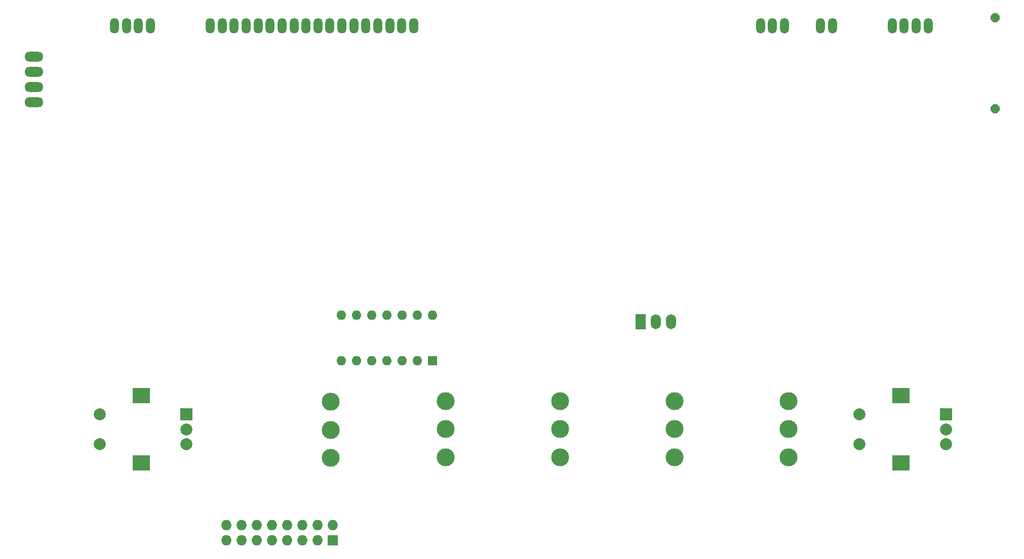
<source format=gbs>
G04 #@! TF.GenerationSoftware,KiCad,Pcbnew,7.0.10*
G04 #@! TF.CreationDate,2024-01-22T16:50:30+01:00*
G04 #@! TF.ProjectId,GP1294-Teens4,47503132-3934-42d5-9465-656e73342e6b,1.0.0*
G04 #@! TF.SameCoordinates,Original*
G04 #@! TF.FileFunction,Soldermask,Bot*
G04 #@! TF.FilePolarity,Negative*
%FSLAX46Y46*%
G04 Gerber Fmt 4.6, Leading zero omitted, Abs format (unit mm)*
G04 Created by KiCad (PCBNEW 7.0.10) date 2024-01-22 16:50:30*
%MOMM*%
%LPD*%
G01*
G04 APERTURE LIST*
G04 Aperture macros list*
%AMFreePoly0*
4,1,17,0.328853,0.743121,0.743121,0.328853,0.758000,0.292932,0.758000,-0.292932,0.743121,-0.328853,0.328853,-0.743121,0.292932,-0.758000,-0.292932,-0.758000,-0.328853,-0.743121,-0.743121,-0.328853,-0.758000,-0.292932,-0.758000,0.292932,-0.743121,0.328853,-0.328853,0.743121,-0.292932,0.758000,0.292932,0.758000,0.328853,0.743121,0.328853,0.743121,$1*%
G04 Aperture macros list end*
%ADD10O,3.149600X1.625600*%
%ADD11R,1.700000X2.500000*%
%ADD12O,1.700000X2.500000*%
%ADD13FreePoly0,270.000000*%
%ADD14R,1.600000X1.600000*%
%ADD15O,1.600000X1.600000*%
%ADD16R,2.000000X2.000000*%
%ADD17C,2.000000*%
%ADD18R,3.000000X2.500000*%
%ADD19R,1.727200X1.727200*%
%ADD20O,1.727200X1.727200*%
%ADD21C,3.000000*%
%ADD22O,1.500000X2.600000*%
G04 APERTURE END LIST*
D10*
X68500000Y-70250000D03*
X68500000Y-67710000D03*
X68500000Y-65170000D03*
X68500000Y-62630000D03*
D11*
X169968500Y-107012500D03*
D12*
X172508500Y-107012500D03*
X175048500Y-107012500D03*
D13*
X229250000Y-56130000D03*
X229250000Y-71370000D03*
D14*
X135128000Y-113538000D03*
D15*
X132588000Y-113538000D03*
X130048000Y-113538000D03*
X127508000Y-113538000D03*
X124968000Y-113538000D03*
X122428000Y-113538000D03*
X119888000Y-113538000D03*
X119888000Y-105918000D03*
X122428000Y-105918000D03*
X124968000Y-105918000D03*
X127508000Y-105918000D03*
X130048000Y-105918000D03*
X132588000Y-105918000D03*
X135128000Y-105918000D03*
D16*
X221000000Y-122500000D03*
D17*
X221000000Y-127500000D03*
X221000000Y-125000000D03*
D18*
X213500000Y-130600000D03*
X213500000Y-119400000D03*
D17*
X206500000Y-122500000D03*
X206500000Y-127500000D03*
D19*
X118433000Y-143619000D03*
D20*
X118433000Y-141079000D03*
X115893000Y-143619000D03*
X115893000Y-141079000D03*
X113353000Y-143619000D03*
X113353000Y-141079000D03*
X110813000Y-143619000D03*
X110813000Y-141079000D03*
X108273000Y-143619000D03*
X108273000Y-141079000D03*
X105733000Y-143619000D03*
X105733000Y-141079000D03*
X103193000Y-143619000D03*
X103193000Y-141079000D03*
X100653000Y-143619000D03*
X100653000Y-141079000D03*
D21*
X137338000Y-120268000D03*
X137338000Y-124968000D03*
X137338000Y-129668000D03*
D16*
X94000000Y-122500000D03*
D17*
X94000000Y-127500000D03*
X94000000Y-125000000D03*
D18*
X86500000Y-130600000D03*
X86500000Y-119400000D03*
D17*
X79500000Y-122500000D03*
X79500000Y-127500000D03*
D21*
X175664000Y-120268000D03*
X175664000Y-124968000D03*
X175664000Y-129668000D03*
X194714000Y-120268000D03*
X194714000Y-124968000D03*
X194714000Y-129668000D03*
D22*
X82000000Y-57500000D03*
X84000000Y-57500000D03*
X86000000Y-57500000D03*
X88000000Y-57500000D03*
X98000000Y-57500000D03*
X100000000Y-57500000D03*
X102000000Y-57500000D03*
X104000000Y-57500000D03*
X106000000Y-57500000D03*
X108000000Y-57500000D03*
X110000000Y-57500000D03*
X112000000Y-57500000D03*
X114000000Y-57500000D03*
X116000000Y-57500000D03*
X118000000Y-57500000D03*
X120000000Y-57500000D03*
X122000000Y-57500000D03*
X124000000Y-57500000D03*
X126000000Y-57500000D03*
X128000000Y-57500000D03*
X130000000Y-57500000D03*
X132000000Y-57500000D03*
X190000000Y-57500000D03*
X192000000Y-57500000D03*
X194000000Y-57500000D03*
X200000000Y-57500000D03*
X202000000Y-57500000D03*
X212000000Y-57500000D03*
X214000000Y-57500000D03*
X216000000Y-57500000D03*
X218000000Y-57500000D03*
D21*
X118156000Y-120396000D03*
X118156000Y-125096000D03*
X118156000Y-129796000D03*
X156473020Y-120258285D03*
X156473020Y-124958285D03*
X156473020Y-129658285D03*
M02*

</source>
